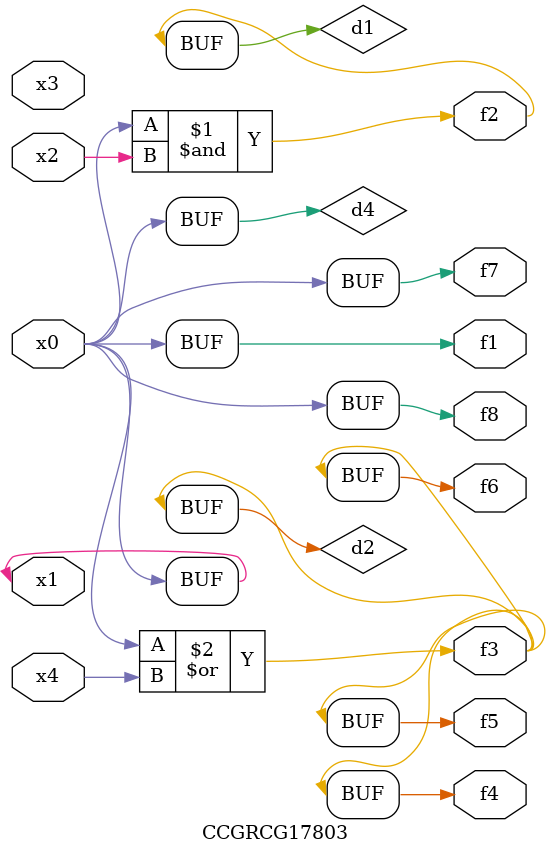
<source format=v>
module CCGRCG17803(
	input x0, x1, x2, x3, x4,
	output f1, f2, f3, f4, f5, f6, f7, f8
);

	wire d1, d2, d3, d4;

	and (d1, x0, x2);
	or (d2, x0, x4);
	nand (d3, x0, x2);
	buf (d4, x0, x1);
	assign f1 = d4;
	assign f2 = d1;
	assign f3 = d2;
	assign f4 = d2;
	assign f5 = d2;
	assign f6 = d2;
	assign f7 = d4;
	assign f8 = d4;
endmodule

</source>
